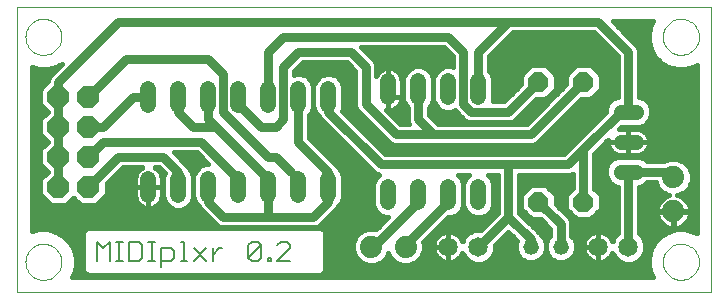
<source format=gtl>
G75*
%MOIN*%
%OFA0B0*%
%FSLAX24Y24*%
%IPPOS*%
%LPD*%
%AMOC8*
5,1,8,0,0,1.08239X$1,22.5*
%
%ADD10C,0.0000*%
%ADD11C,0.0060*%
%ADD12C,0.0650*%
%ADD13C,0.0520*%
%ADD14C,0.0740*%
%ADD15OC8,0.0660*%
%ADD16C,0.0515*%
%ADD17OC8,0.0740*%
%ADD18C,0.0520*%
%ADD19C,0.0160*%
%ADD20C,0.0300*%
%ADD21C,0.0120*%
D10*
X000310Y001680D02*
X000310Y011176D01*
X023430Y011180D01*
X023430Y001680D01*
X000310Y001680D01*
X000580Y002680D02*
X000582Y002729D01*
X000588Y002777D01*
X000598Y002825D01*
X000612Y002872D01*
X000629Y002918D01*
X000650Y002962D01*
X000675Y003004D01*
X000703Y003044D01*
X000735Y003082D01*
X000769Y003117D01*
X000806Y003149D01*
X000845Y003178D01*
X000887Y003204D01*
X000931Y003226D01*
X000976Y003244D01*
X001023Y003259D01*
X001070Y003270D01*
X001119Y003277D01*
X001168Y003280D01*
X001217Y003279D01*
X001265Y003274D01*
X001314Y003265D01*
X001361Y003252D01*
X001407Y003235D01*
X001451Y003215D01*
X001494Y003191D01*
X001535Y003164D01*
X001573Y003133D01*
X001609Y003100D01*
X001641Y003064D01*
X001671Y003025D01*
X001698Y002984D01*
X001721Y002940D01*
X001740Y002895D01*
X001756Y002849D01*
X001768Y002802D01*
X001776Y002753D01*
X001780Y002704D01*
X001780Y002656D01*
X001776Y002607D01*
X001768Y002558D01*
X001756Y002511D01*
X001740Y002465D01*
X001721Y002420D01*
X001698Y002376D01*
X001671Y002335D01*
X001641Y002296D01*
X001609Y002260D01*
X001573Y002227D01*
X001535Y002196D01*
X001494Y002169D01*
X001451Y002145D01*
X001407Y002125D01*
X001361Y002108D01*
X001314Y002095D01*
X001265Y002086D01*
X001217Y002081D01*
X001168Y002080D01*
X001119Y002083D01*
X001070Y002090D01*
X001023Y002101D01*
X000976Y002116D01*
X000931Y002134D01*
X000887Y002156D01*
X000845Y002182D01*
X000806Y002211D01*
X000769Y002243D01*
X000735Y002278D01*
X000703Y002316D01*
X000675Y002356D01*
X000650Y002398D01*
X000629Y002442D01*
X000612Y002488D01*
X000598Y002535D01*
X000588Y002583D01*
X000582Y002631D01*
X000580Y002680D01*
X000580Y010180D02*
X000582Y010229D01*
X000588Y010277D01*
X000598Y010325D01*
X000612Y010372D01*
X000629Y010418D01*
X000650Y010462D01*
X000675Y010504D01*
X000703Y010544D01*
X000735Y010582D01*
X000769Y010617D01*
X000806Y010649D01*
X000845Y010678D01*
X000887Y010704D01*
X000931Y010726D01*
X000976Y010744D01*
X001023Y010759D01*
X001070Y010770D01*
X001119Y010777D01*
X001168Y010780D01*
X001217Y010779D01*
X001265Y010774D01*
X001314Y010765D01*
X001361Y010752D01*
X001407Y010735D01*
X001451Y010715D01*
X001494Y010691D01*
X001535Y010664D01*
X001573Y010633D01*
X001609Y010600D01*
X001641Y010564D01*
X001671Y010525D01*
X001698Y010484D01*
X001721Y010440D01*
X001740Y010395D01*
X001756Y010349D01*
X001768Y010302D01*
X001776Y010253D01*
X001780Y010204D01*
X001780Y010156D01*
X001776Y010107D01*
X001768Y010058D01*
X001756Y010011D01*
X001740Y009965D01*
X001721Y009920D01*
X001698Y009876D01*
X001671Y009835D01*
X001641Y009796D01*
X001609Y009760D01*
X001573Y009727D01*
X001535Y009696D01*
X001494Y009669D01*
X001451Y009645D01*
X001407Y009625D01*
X001361Y009608D01*
X001314Y009595D01*
X001265Y009586D01*
X001217Y009581D01*
X001168Y009580D01*
X001119Y009583D01*
X001070Y009590D01*
X001023Y009601D01*
X000976Y009616D01*
X000931Y009634D01*
X000887Y009656D01*
X000845Y009682D01*
X000806Y009711D01*
X000769Y009743D01*
X000735Y009778D01*
X000703Y009816D01*
X000675Y009856D01*
X000650Y009898D01*
X000629Y009942D01*
X000612Y009988D01*
X000598Y010035D01*
X000588Y010083D01*
X000582Y010131D01*
X000580Y010180D01*
X021830Y010180D02*
X021832Y010229D01*
X021838Y010277D01*
X021848Y010325D01*
X021862Y010372D01*
X021879Y010418D01*
X021900Y010462D01*
X021925Y010504D01*
X021953Y010544D01*
X021985Y010582D01*
X022019Y010617D01*
X022056Y010649D01*
X022095Y010678D01*
X022137Y010704D01*
X022181Y010726D01*
X022226Y010744D01*
X022273Y010759D01*
X022320Y010770D01*
X022369Y010777D01*
X022418Y010780D01*
X022467Y010779D01*
X022515Y010774D01*
X022564Y010765D01*
X022611Y010752D01*
X022657Y010735D01*
X022701Y010715D01*
X022744Y010691D01*
X022785Y010664D01*
X022823Y010633D01*
X022859Y010600D01*
X022891Y010564D01*
X022921Y010525D01*
X022948Y010484D01*
X022971Y010440D01*
X022990Y010395D01*
X023006Y010349D01*
X023018Y010302D01*
X023026Y010253D01*
X023030Y010204D01*
X023030Y010156D01*
X023026Y010107D01*
X023018Y010058D01*
X023006Y010011D01*
X022990Y009965D01*
X022971Y009920D01*
X022948Y009876D01*
X022921Y009835D01*
X022891Y009796D01*
X022859Y009760D01*
X022823Y009727D01*
X022785Y009696D01*
X022744Y009669D01*
X022701Y009645D01*
X022657Y009625D01*
X022611Y009608D01*
X022564Y009595D01*
X022515Y009586D01*
X022467Y009581D01*
X022418Y009580D01*
X022369Y009583D01*
X022320Y009590D01*
X022273Y009601D01*
X022226Y009616D01*
X022181Y009634D01*
X022137Y009656D01*
X022095Y009682D01*
X022056Y009711D01*
X022019Y009743D01*
X021985Y009778D01*
X021953Y009816D01*
X021925Y009856D01*
X021900Y009898D01*
X021879Y009942D01*
X021862Y009988D01*
X021848Y010035D01*
X021838Y010083D01*
X021832Y010131D01*
X021830Y010180D01*
X021830Y002680D02*
X021832Y002729D01*
X021838Y002777D01*
X021848Y002825D01*
X021862Y002872D01*
X021879Y002918D01*
X021900Y002962D01*
X021925Y003004D01*
X021953Y003044D01*
X021985Y003082D01*
X022019Y003117D01*
X022056Y003149D01*
X022095Y003178D01*
X022137Y003204D01*
X022181Y003226D01*
X022226Y003244D01*
X022273Y003259D01*
X022320Y003270D01*
X022369Y003277D01*
X022418Y003280D01*
X022467Y003279D01*
X022515Y003274D01*
X022564Y003265D01*
X022611Y003252D01*
X022657Y003235D01*
X022701Y003215D01*
X022744Y003191D01*
X022785Y003164D01*
X022823Y003133D01*
X022859Y003100D01*
X022891Y003064D01*
X022921Y003025D01*
X022948Y002984D01*
X022971Y002940D01*
X022990Y002895D01*
X023006Y002849D01*
X023018Y002802D01*
X023026Y002753D01*
X023030Y002704D01*
X023030Y002656D01*
X023026Y002607D01*
X023018Y002558D01*
X023006Y002511D01*
X022990Y002465D01*
X022971Y002420D01*
X022948Y002376D01*
X022921Y002335D01*
X022891Y002296D01*
X022859Y002260D01*
X022823Y002227D01*
X022785Y002196D01*
X022744Y002169D01*
X022701Y002145D01*
X022657Y002125D01*
X022611Y002108D01*
X022564Y002095D01*
X022515Y002086D01*
X022467Y002081D01*
X022418Y002080D01*
X022369Y002083D01*
X022320Y002090D01*
X022273Y002101D01*
X022226Y002116D01*
X022181Y002134D01*
X022137Y002156D01*
X022095Y002182D01*
X022056Y002211D01*
X022019Y002243D01*
X021985Y002278D01*
X021953Y002316D01*
X021925Y002356D01*
X021900Y002398D01*
X021879Y002442D01*
X021862Y002488D01*
X021848Y002535D01*
X021838Y002583D01*
X021832Y002631D01*
X021830Y002680D01*
D11*
X009403Y002710D02*
X008976Y002710D01*
X009403Y003137D01*
X009403Y003244D01*
X009296Y003351D01*
X009083Y003351D01*
X008976Y003244D01*
X008760Y002817D02*
X008760Y002710D01*
X008654Y002710D01*
X008654Y002817D01*
X008760Y002817D01*
X008436Y002817D02*
X008329Y002710D01*
X008116Y002710D01*
X008009Y002817D01*
X008436Y003244D01*
X008436Y002817D01*
X008436Y003244D02*
X008329Y003351D01*
X008116Y003351D01*
X008009Y003244D01*
X008009Y002817D01*
X007148Y003137D02*
X007041Y003137D01*
X006827Y002924D01*
X006827Y003137D02*
X006827Y002710D01*
X006610Y002710D02*
X006183Y003137D01*
X005860Y003351D02*
X005860Y002710D01*
X005753Y002710D02*
X005967Y002710D01*
X006183Y002710D02*
X006610Y003137D01*
X005860Y003351D02*
X005753Y003351D01*
X005536Y003030D02*
X005536Y002817D01*
X005429Y002710D01*
X005108Y002710D01*
X005108Y002496D02*
X005108Y003137D01*
X005429Y003137D01*
X005536Y003030D01*
X004892Y002710D02*
X004679Y002710D01*
X004786Y002710D02*
X004786Y003351D01*
X004892Y003351D02*
X004679Y003351D01*
X004461Y003244D02*
X004355Y003351D01*
X004034Y003351D01*
X004034Y002710D01*
X004355Y002710D01*
X004461Y002817D01*
X004461Y003244D01*
X003818Y003351D02*
X003605Y003351D01*
X003711Y003351D02*
X003711Y002710D01*
X003605Y002710D02*
X003818Y002710D01*
X003387Y002710D02*
X003387Y003351D01*
X003174Y003137D01*
X002960Y003351D01*
X002960Y002710D01*
D12*
X014680Y003180D03*
X015680Y003180D03*
X019680Y003180D03*
X020680Y003180D03*
D13*
X015680Y004660D02*
X015680Y005180D01*
X014680Y005180D02*
X014680Y004660D01*
X013680Y004660D02*
X013680Y005180D01*
X012680Y005180D02*
X012680Y004660D01*
X010680Y004920D02*
X010680Y005440D01*
X009680Y005440D02*
X009680Y004920D01*
X008680Y004920D02*
X008680Y005440D01*
X007680Y005440D02*
X007680Y004920D01*
X006680Y004920D02*
X006680Y005440D01*
X005680Y005440D02*
X005680Y004920D01*
X004680Y004920D02*
X004680Y005440D01*
X004680Y007920D02*
X004680Y008440D01*
X005680Y008440D02*
X005680Y007920D01*
X006680Y007920D02*
X006680Y008440D01*
X007680Y008440D02*
X007680Y007920D01*
X008680Y007920D02*
X008680Y008440D01*
X009680Y008440D02*
X009680Y007920D01*
X010680Y007920D02*
X010680Y008440D01*
X012680Y008180D02*
X012680Y008700D01*
X013680Y008700D02*
X013680Y008180D01*
X014680Y008180D02*
X014680Y008700D01*
X015680Y008700D02*
X015680Y008180D01*
D14*
X013250Y003180D03*
X012110Y003180D03*
X022180Y004360D03*
X022180Y005500D03*
D15*
X019180Y004680D03*
X017680Y004680D03*
X017680Y008680D03*
X019180Y008680D03*
D16*
X020423Y007680D02*
X020937Y007680D01*
X020937Y006680D02*
X020423Y006680D01*
X020423Y005680D02*
X020937Y005680D01*
D17*
X002680Y005180D03*
X002680Y006180D03*
X002680Y007180D03*
X002680Y008180D03*
X001680Y008180D03*
X001680Y007180D03*
X001680Y006180D03*
X001680Y005180D03*
D18*
X017430Y003180D03*
X018430Y003180D03*
D19*
X018784Y003533D02*
X019319Y003533D01*
X019295Y003509D02*
X019351Y003565D01*
X019415Y003612D01*
X019486Y003648D01*
X019562Y003673D01*
X019640Y003685D01*
X019680Y003685D01*
X019680Y003180D01*
X019680Y003180D01*
X019175Y003180D01*
X019175Y003220D01*
X019187Y003298D01*
X019212Y003374D01*
X019248Y003445D01*
X019295Y003509D01*
X019212Y003375D02*
X018891Y003375D01*
X018854Y003463D02*
X018930Y003279D01*
X018930Y003081D01*
X018854Y002897D01*
X018713Y002756D01*
X018529Y002680D01*
X018331Y002680D01*
X018147Y002756D01*
X018006Y002897D01*
X017930Y003081D01*
X017930Y003279D01*
X018006Y003463D01*
X018080Y003537D01*
X018080Y003785D01*
X017755Y004110D01*
X017444Y004110D01*
X017110Y004444D01*
X017110Y004916D01*
X017444Y005250D01*
X017916Y005250D01*
X018250Y004916D01*
X018250Y004605D01*
X018727Y004128D01*
X018780Y004000D01*
X018780Y003537D01*
X018854Y003463D01*
X018780Y003692D02*
X020330Y003692D01*
X020330Y003629D02*
X020330Y005183D01*
X020324Y005183D01*
X020141Y005258D01*
X020001Y005398D01*
X019925Y005581D01*
X019925Y005779D01*
X020001Y005962D01*
X020141Y006102D01*
X020324Y006177D01*
X021036Y006177D01*
X021219Y006102D01*
X021291Y006030D01*
X021866Y006030D01*
X022059Y006110D01*
X022301Y006110D01*
X022526Y006017D01*
X022697Y005846D01*
X022790Y005621D01*
X022790Y005379D01*
X022697Y005154D01*
X022526Y004983D01*
X022313Y004895D01*
X022391Y004870D01*
X022468Y004830D01*
X022538Y004780D01*
X022600Y004718D01*
X022650Y004648D01*
X022690Y004571D01*
X022716Y004489D01*
X022730Y004403D01*
X022730Y004380D01*
X022200Y004380D01*
X022200Y004340D01*
X022730Y004340D01*
X022730Y004317D01*
X022716Y004231D01*
X022690Y004149D01*
X022650Y004072D01*
X022600Y004002D01*
X022538Y003940D01*
X022468Y003890D01*
X022391Y003850D01*
X022309Y003824D01*
X022223Y003810D01*
X022200Y003810D01*
X022200Y004340D01*
X022160Y004340D01*
X022160Y004380D01*
X021630Y004380D01*
X021630Y004403D01*
X021644Y004489D01*
X021670Y004571D01*
X021710Y004648D01*
X021760Y004718D01*
X021822Y004780D01*
X021892Y004830D01*
X021969Y004870D01*
X022047Y004895D01*
X021834Y004983D01*
X021663Y005154D01*
X021590Y005330D01*
X021291Y005330D01*
X021219Y005258D01*
X021036Y005183D01*
X021030Y005183D01*
X021030Y003629D01*
X021159Y003500D01*
X021245Y003292D01*
X021245Y003068D01*
X021159Y002860D01*
X021000Y002701D01*
X020792Y002615D01*
X020568Y002615D01*
X020360Y002701D01*
X020201Y002860D01*
X020148Y002987D01*
X020148Y002986D01*
X020112Y002915D01*
X020065Y002851D01*
X020009Y002795D01*
X019945Y002748D01*
X019874Y002712D01*
X019798Y002687D01*
X019720Y002675D01*
X019680Y002675D01*
X019640Y002675D01*
X019562Y002687D01*
X019486Y002712D01*
X019415Y002748D01*
X019351Y002795D01*
X019295Y002851D01*
X019248Y002915D01*
X019212Y002986D01*
X019187Y003062D01*
X019175Y003140D01*
X019175Y003180D01*
X019680Y003180D01*
X019680Y003180D01*
X019680Y003685D01*
X019720Y003685D01*
X019798Y003673D01*
X019874Y003648D01*
X019945Y003612D01*
X020009Y003565D01*
X020065Y003509D01*
X020112Y003445D01*
X020148Y003374D01*
X020148Y003373D01*
X020201Y003500D01*
X020330Y003629D01*
X020234Y003533D02*
X020041Y003533D01*
X020148Y003375D02*
X020149Y003375D01*
X019680Y003375D02*
X019680Y003375D01*
X019680Y003533D02*
X019680Y003533D01*
X019680Y003216D02*
X019680Y003216D01*
X019680Y003180D02*
X019680Y002675D01*
X019680Y003180D01*
X019680Y003180D01*
X019680Y003058D02*
X019680Y003058D01*
X019680Y002899D02*
X019680Y002899D01*
X019680Y002741D02*
X019680Y002741D01*
X019430Y002741D02*
X018676Y002741D01*
X018855Y002899D02*
X019260Y002899D01*
X019189Y003058D02*
X018920Y003058D01*
X018930Y003216D02*
X019175Y003216D01*
X018780Y003850D02*
X020330Y003850D01*
X020330Y004009D02*
X018776Y004009D01*
X018688Y004167D02*
X018887Y004167D01*
X018944Y004110D02*
X018610Y004444D01*
X018610Y004916D01*
X018830Y005136D01*
X018830Y005613D01*
X018750Y005580D01*
X017030Y005580D01*
X017030Y004325D01*
X017727Y003628D01*
X017753Y003564D01*
X017854Y003463D01*
X017930Y003279D01*
X017930Y003081D01*
X017854Y002897D01*
X017713Y002756D01*
X017529Y002680D01*
X017331Y002680D01*
X017147Y002756D01*
X017006Y002897D01*
X016930Y003081D01*
X016930Y003279D01*
X016976Y003389D01*
X016680Y003685D01*
X016245Y003250D01*
X016245Y003068D01*
X016159Y002860D01*
X016000Y002701D01*
X015792Y002615D01*
X015568Y002615D01*
X015360Y002701D01*
X015201Y002860D01*
X015148Y002987D01*
X015148Y002986D01*
X015112Y002915D01*
X015065Y002851D01*
X015009Y002795D01*
X014945Y002748D01*
X014874Y002712D01*
X014798Y002687D01*
X014720Y002675D01*
X014680Y002675D01*
X014640Y002675D01*
X014562Y002687D01*
X014486Y002712D01*
X014415Y002748D01*
X014351Y002795D01*
X014295Y002851D01*
X014248Y002915D01*
X014212Y002986D01*
X014187Y003062D01*
X014175Y003140D01*
X014175Y003180D01*
X014175Y003220D01*
X014187Y003298D01*
X014212Y003374D01*
X014248Y003445D01*
X014295Y003509D01*
X014351Y003565D01*
X014415Y003612D01*
X014486Y003648D01*
X014562Y003673D01*
X014640Y003685D01*
X014680Y003685D01*
X014680Y003180D01*
X014680Y003180D01*
X014175Y003180D01*
X014680Y003180D01*
X014680Y003180D01*
X014680Y003685D01*
X014720Y003685D01*
X014798Y003673D01*
X014874Y003648D01*
X014945Y003612D01*
X015009Y003565D01*
X015065Y003509D01*
X015112Y003445D01*
X015148Y003374D01*
X015148Y003373D01*
X015201Y003500D01*
X015360Y003659D01*
X015568Y003745D01*
X015750Y003745D01*
X016330Y004325D01*
X016330Y005580D01*
X015987Y005580D01*
X016104Y005463D01*
X016180Y005279D01*
X016180Y004561D01*
X016104Y004377D01*
X015963Y004236D01*
X015779Y004160D01*
X015581Y004160D01*
X015397Y004236D01*
X015256Y004377D01*
X015180Y004561D01*
X015104Y004377D01*
X014963Y004236D01*
X014779Y004160D01*
X014655Y004160D01*
X013841Y003346D01*
X013860Y003301D01*
X013860Y003059D01*
X013767Y002834D01*
X013596Y002663D01*
X013371Y002570D01*
X013129Y002570D01*
X012904Y002663D01*
X012733Y002834D01*
X012680Y002962D01*
X012627Y002834D01*
X012456Y002663D01*
X012231Y002570D01*
X011989Y002570D01*
X011764Y002663D01*
X011593Y002834D01*
X011500Y003059D01*
X011500Y003301D01*
X011593Y003526D01*
X011764Y003697D01*
X011989Y003790D01*
X012231Y003790D01*
X012276Y003771D01*
X012665Y004160D01*
X012581Y004160D01*
X012397Y004236D01*
X012256Y004377D01*
X012180Y004561D01*
X012180Y005279D01*
X012256Y005463D01*
X012373Y005580D01*
X012360Y005580D01*
X012232Y005633D01*
X010482Y007383D01*
X010383Y007482D01*
X010364Y007529D01*
X010256Y007637D01*
X010180Y007821D01*
X010180Y008539D01*
X010256Y008723D01*
X010397Y008864D01*
X010581Y008940D01*
X010779Y008940D01*
X010963Y008864D01*
X011104Y008723D01*
X011180Y008539D01*
X011180Y007821D01*
X011137Y007718D01*
X012575Y006280D01*
X018535Y006280D01*
X018883Y006628D01*
X018982Y006727D01*
X019925Y007670D01*
X019925Y007779D01*
X020001Y007962D01*
X020141Y008102D01*
X020324Y008177D01*
X020330Y008177D01*
X020330Y009535D01*
X019535Y010330D01*
X016825Y010330D01*
X016030Y009535D01*
X016030Y009057D01*
X016104Y008983D01*
X016180Y008799D01*
X016180Y008081D01*
X016159Y008030D01*
X016535Y008030D01*
X017110Y008605D01*
X016180Y008605D01*
X016180Y008447D02*
X016952Y008447D01*
X017110Y008605D02*
X017110Y008916D01*
X017444Y009250D01*
X017916Y009250D01*
X018250Y008916D01*
X018250Y008444D01*
X017916Y008110D01*
X017605Y008110D01*
X016878Y007383D01*
X016750Y007330D01*
X015360Y007330D01*
X015232Y007383D01*
X015133Y007482D01*
X014889Y007726D01*
X014779Y007680D01*
X014581Y007680D01*
X014397Y007756D01*
X014256Y007897D01*
X014180Y008081D01*
X014104Y007897D01*
X014030Y007823D01*
X014030Y007575D01*
X014325Y007280D01*
X017285Y007280D01*
X018610Y008605D01*
X018250Y008605D01*
X018250Y008447D02*
X018452Y008447D01*
X018610Y008605D02*
X018610Y008916D01*
X018944Y009250D01*
X019416Y009250D01*
X019750Y008916D01*
X019750Y008444D01*
X019416Y008110D01*
X019105Y008110D01*
X017727Y006732D01*
X017628Y006633D01*
X017500Y006580D01*
X012860Y006580D01*
X012732Y006633D01*
X012633Y006732D01*
X011633Y007732D01*
X011580Y007860D01*
X011580Y009035D01*
X011285Y009330D01*
X009825Y009330D01*
X009530Y009035D01*
X009530Y008919D01*
X009581Y008940D01*
X009779Y008940D01*
X009963Y008864D01*
X010104Y008723D01*
X010180Y008539D01*
X010180Y007821D01*
X010104Y007637D01*
X010030Y007563D01*
X010030Y006825D01*
X010977Y005878D01*
X010996Y005831D01*
X011104Y005723D01*
X011180Y005539D01*
X011180Y004821D01*
X011104Y004637D01*
X010996Y004529D01*
X010977Y004482D01*
X010878Y004383D01*
X010477Y003982D01*
X010378Y003883D01*
X010250Y003830D01*
X007110Y003830D01*
X006982Y003883D01*
X006482Y004383D01*
X006482Y004383D01*
X006383Y004482D01*
X006364Y004529D01*
X006256Y004637D01*
X006180Y004821D01*
X006104Y004637D01*
X005963Y004496D01*
X005779Y004420D01*
X005581Y004420D01*
X005397Y004496D01*
X005256Y004637D01*
X005180Y004821D01*
X005180Y005539D01*
X005223Y005642D01*
X005035Y005830D01*
X004884Y005830D01*
X004911Y005816D01*
X004967Y005776D01*
X005016Y005727D01*
X005056Y005671D01*
X005088Y005609D01*
X005109Y005543D01*
X005120Y005475D01*
X005120Y005180D01*
X004680Y005180D01*
X004240Y005180D01*
X004240Y005475D01*
X004251Y005543D01*
X004272Y005609D01*
X004304Y005671D01*
X004344Y005727D01*
X004393Y005776D01*
X004449Y005816D01*
X004476Y005830D01*
X003825Y005830D01*
X003290Y005295D01*
X003290Y004927D01*
X002933Y004570D01*
X002427Y004570D01*
X002180Y004817D01*
X001933Y004570D01*
X001427Y004570D01*
X001070Y004927D01*
X001070Y005433D01*
X001317Y005680D01*
X001070Y005927D01*
X001070Y006433D01*
X001317Y006680D01*
X001070Y006927D01*
X001070Y007433D01*
X001317Y007680D01*
X001070Y007927D01*
X001070Y008433D01*
X001330Y008693D01*
X001330Y008750D01*
X001383Y008878D01*
X001790Y009285D01*
X001597Y009174D01*
X001322Y009100D01*
X001038Y009100D01*
X000790Y009166D01*
X000790Y003694D01*
X001038Y003760D01*
X001322Y003760D01*
X001597Y003686D01*
X001843Y003544D01*
X002044Y003343D01*
X002186Y003097D01*
X002260Y002822D01*
X002260Y002538D01*
X002186Y002263D01*
X002127Y002160D01*
X021483Y002160D01*
X021424Y002263D01*
X021350Y002538D01*
X021350Y002822D01*
X021424Y003097D01*
X021566Y003343D01*
X021767Y003544D01*
X022013Y003686D01*
X022288Y003760D01*
X022572Y003760D01*
X022847Y003686D01*
X022950Y003627D01*
X022950Y009233D01*
X022847Y009174D01*
X022572Y009100D01*
X022288Y009100D01*
X022013Y009174D01*
X021767Y009316D01*
X021566Y009517D01*
X021424Y009763D01*
X021350Y010038D01*
X021350Y010322D01*
X021424Y010597D01*
X021483Y010700D01*
X020156Y010699D01*
X020977Y009878D01*
X021030Y009750D01*
X021030Y008177D01*
X021036Y008177D01*
X021219Y008102D01*
X021359Y007962D01*
X021435Y007779D01*
X021435Y007581D01*
X021359Y007398D01*
X021219Y007258D01*
X021036Y007183D01*
X020427Y007183D01*
X020358Y007113D01*
X020388Y007117D01*
X020680Y007117D01*
X020972Y007117D01*
X021040Y007107D01*
X021105Y007085D01*
X021167Y007054D01*
X021222Y007014D01*
X021271Y006965D01*
X021312Y006909D01*
X021343Y006848D01*
X021364Y006782D01*
X021375Y006714D01*
X021375Y006680D01*
X020680Y006680D01*
X019985Y006680D01*
X019985Y006714D01*
X019990Y006745D01*
X019530Y006285D01*
X019530Y005136D01*
X019750Y004916D01*
X019750Y004444D01*
X019416Y004110D01*
X018944Y004110D01*
X018728Y004326D02*
X018529Y004326D01*
X018610Y004484D02*
X018371Y004484D01*
X018250Y004643D02*
X018610Y004643D01*
X018610Y004801D02*
X018250Y004801D01*
X018207Y004960D02*
X018653Y004960D01*
X018812Y005118D02*
X018048Y005118D01*
X017312Y005118D02*
X017030Y005118D01*
X017030Y004960D02*
X017153Y004960D01*
X017110Y004801D02*
X017030Y004801D01*
X017030Y004643D02*
X017110Y004643D01*
X017110Y004484D02*
X017030Y004484D01*
X017030Y004326D02*
X017228Y004326D01*
X017188Y004167D02*
X017387Y004167D01*
X017346Y004009D02*
X017857Y004009D01*
X018015Y003850D02*
X017505Y003850D01*
X017663Y003692D02*
X018080Y003692D01*
X018076Y003533D02*
X017784Y003533D01*
X017891Y003375D02*
X017969Y003375D01*
X017930Y003216D02*
X017930Y003216D01*
X017940Y003058D02*
X017920Y003058D01*
X017855Y002899D02*
X018005Y002899D01*
X018184Y002741D02*
X017676Y002741D01*
X017184Y002741D02*
X016040Y002741D01*
X016175Y002899D02*
X017005Y002899D01*
X016940Y003058D02*
X016241Y003058D01*
X016245Y003216D02*
X016930Y003216D01*
X016969Y003375D02*
X016369Y003375D01*
X016528Y003533D02*
X016832Y003533D01*
X016172Y004167D02*
X015796Y004167D01*
X015564Y004167D02*
X014796Y004167D01*
X015053Y004326D02*
X015307Y004326D01*
X015212Y004484D02*
X015148Y004484D01*
X015180Y004561D02*
X015180Y005279D01*
X015104Y005463D01*
X014987Y005580D01*
X015373Y005580D01*
X015256Y005463D01*
X015180Y005279D01*
X015180Y004561D01*
X015180Y004643D02*
X015180Y004643D01*
X015180Y004801D02*
X015180Y004801D01*
X015180Y004960D02*
X015180Y004960D01*
X015180Y005118D02*
X015180Y005118D01*
X015180Y005277D02*
X015180Y005277D01*
X015244Y005435D02*
X015116Y005435D01*
X016116Y005435D02*
X016330Y005435D01*
X016330Y005277D02*
X016180Y005277D01*
X016180Y005118D02*
X016330Y005118D01*
X016330Y004960D02*
X016180Y004960D01*
X016180Y004801D02*
X016330Y004801D01*
X016330Y004643D02*
X016180Y004643D01*
X016148Y004484D02*
X016330Y004484D01*
X016330Y004326D02*
X016053Y004326D01*
X016014Y004009D02*
X014503Y004009D01*
X014345Y003850D02*
X015855Y003850D01*
X015438Y003692D02*
X014186Y003692D01*
X014319Y003533D02*
X014028Y003533D01*
X013869Y003375D02*
X014212Y003375D01*
X014175Y003216D02*
X013860Y003216D01*
X013860Y003058D02*
X014189Y003058D01*
X014260Y002899D02*
X013794Y002899D01*
X013673Y002741D02*
X014430Y002741D01*
X014680Y002741D02*
X014680Y002741D01*
X014680Y002675D02*
X014680Y003180D01*
X014680Y003180D01*
X014680Y002675D01*
X014680Y002899D02*
X014680Y002899D01*
X014680Y003058D02*
X014680Y003058D01*
X014680Y003216D02*
X014680Y003216D01*
X014680Y003375D02*
X014680Y003375D01*
X014680Y003533D02*
X014680Y003533D01*
X015041Y003533D02*
X015234Y003533D01*
X015149Y003375D02*
X015148Y003375D01*
X015185Y002899D02*
X015100Y002899D01*
X014930Y002741D02*
X015320Y002741D01*
X013400Y002582D02*
X021350Y002582D01*
X021350Y002741D02*
X021040Y002741D01*
X021175Y002899D02*
X021371Y002899D01*
X021413Y003058D02*
X021241Y003058D01*
X021245Y003216D02*
X021492Y003216D01*
X021597Y003375D02*
X021211Y003375D01*
X021126Y003533D02*
X021756Y003533D01*
X022032Y003692D02*
X021030Y003692D01*
X021030Y003850D02*
X021970Y003850D01*
X021969Y003850D02*
X021892Y003890D01*
X021822Y003940D01*
X021760Y004002D01*
X021710Y004072D01*
X021670Y004149D01*
X021644Y004231D01*
X021630Y004317D01*
X021630Y004340D01*
X022160Y004340D01*
X022160Y003810D01*
X022137Y003810D01*
X022051Y003824D01*
X021969Y003850D01*
X022160Y003850D02*
X022200Y003850D01*
X022200Y004009D02*
X022160Y004009D01*
X022160Y004167D02*
X022200Y004167D01*
X022200Y004326D02*
X022160Y004326D01*
X021756Y004009D02*
X021030Y004009D01*
X021030Y004167D02*
X021664Y004167D01*
X021630Y004326D02*
X021030Y004326D01*
X021030Y004484D02*
X021643Y004484D01*
X021707Y004643D02*
X021030Y004643D01*
X021030Y004801D02*
X021851Y004801D01*
X021891Y004960D02*
X021030Y004960D01*
X021030Y005118D02*
X021699Y005118D01*
X021612Y005277D02*
X021238Y005277D01*
X021252Y006069D02*
X021960Y006069D01*
X022400Y006069D02*
X022950Y006069D01*
X022950Y005911D02*
X022632Y005911D01*
X022736Y005752D02*
X022950Y005752D01*
X022950Y005594D02*
X022790Y005594D01*
X022790Y005435D02*
X022950Y005435D01*
X022950Y005277D02*
X022748Y005277D01*
X022661Y005118D02*
X022950Y005118D01*
X022950Y004960D02*
X022469Y004960D01*
X022509Y004801D02*
X022950Y004801D01*
X022950Y004643D02*
X022653Y004643D01*
X022717Y004484D02*
X022950Y004484D01*
X022950Y004326D02*
X022730Y004326D01*
X022696Y004167D02*
X022950Y004167D01*
X022950Y004009D02*
X022604Y004009D01*
X022390Y003850D02*
X022950Y003850D01*
X022950Y003692D02*
X022828Y003692D01*
X021381Y002424D02*
X010573Y002424D01*
X010572Y002413D02*
X010567Y002391D01*
X010559Y002370D01*
X010550Y002350D01*
X010538Y002331D01*
X010524Y002313D01*
X010508Y002297D01*
X010490Y002283D01*
X010471Y002271D01*
X010451Y002262D01*
X010430Y002254D01*
X010408Y002249D01*
X010386Y002247D01*
X002685Y002247D01*
X002663Y002249D01*
X002641Y002254D01*
X002620Y002262D01*
X002600Y002271D01*
X002581Y002283D01*
X002563Y002297D01*
X002547Y002313D01*
X002533Y002331D01*
X002521Y002350D01*
X002512Y002370D01*
X002504Y002391D01*
X002499Y002413D01*
X002497Y002435D01*
X002497Y003625D01*
X002499Y003647D01*
X002504Y003669D01*
X002512Y003690D01*
X002521Y003710D01*
X002533Y003729D01*
X002547Y003747D01*
X002563Y003763D01*
X002581Y003777D01*
X002600Y003789D01*
X002620Y003798D01*
X002641Y003806D01*
X002663Y003811D01*
X002685Y003813D01*
X010386Y003813D01*
X010408Y003811D01*
X010430Y003806D01*
X010451Y003798D01*
X010471Y003789D01*
X010490Y003777D01*
X010508Y003763D01*
X010524Y003747D01*
X010538Y003729D01*
X010550Y003710D01*
X010559Y003690D01*
X010567Y003669D01*
X010572Y003647D01*
X010574Y003625D01*
X010574Y002435D01*
X010572Y002413D01*
X010574Y002582D02*
X011960Y002582D01*
X012260Y002582D02*
X013100Y002582D01*
X012827Y002741D02*
X012533Y002741D01*
X012654Y002899D02*
X012706Y002899D01*
X012355Y003850D02*
X010298Y003850D01*
X010477Y003982D02*
X010477Y003982D01*
X010503Y004009D02*
X012514Y004009D01*
X012564Y004167D02*
X010662Y004167D01*
X010820Y004326D02*
X012307Y004326D01*
X012212Y004484D02*
X010978Y004484D01*
X011106Y004643D02*
X012180Y004643D01*
X012180Y004801D02*
X011172Y004801D01*
X011180Y004960D02*
X012180Y004960D01*
X012180Y005118D02*
X011180Y005118D01*
X011180Y005277D02*
X012180Y005277D01*
X012244Y005435D02*
X011180Y005435D01*
X011158Y005594D02*
X012328Y005594D01*
X012113Y005752D02*
X011075Y005752D01*
X010944Y005911D02*
X011955Y005911D01*
X011796Y006069D02*
X010786Y006069D01*
X010627Y006228D02*
X011638Y006228D01*
X011479Y006386D02*
X010469Y006386D01*
X010310Y006545D02*
X011321Y006545D01*
X011162Y006703D02*
X010152Y006703D01*
X010030Y006862D02*
X011004Y006862D01*
X010845Y007020D02*
X010030Y007020D01*
X010030Y007179D02*
X010687Y007179D01*
X010528Y007337D02*
X010030Y007337D01*
X010030Y007496D02*
X010378Y007496D01*
X010249Y007654D02*
X010111Y007654D01*
X010177Y007813D02*
X010183Y007813D01*
X010180Y007971D02*
X010180Y007971D01*
X010180Y008130D02*
X010180Y008130D01*
X010180Y008288D02*
X010180Y008288D01*
X010180Y008447D02*
X010180Y008447D01*
X010207Y008605D02*
X010153Y008605D01*
X010064Y008764D02*
X010296Y008764D01*
X010537Y008922D02*
X009823Y008922D01*
X009575Y009081D02*
X011535Y009081D01*
X011580Y008922D02*
X010823Y008922D01*
X011064Y008764D02*
X011580Y008764D01*
X011580Y008605D02*
X011153Y008605D01*
X011180Y008447D02*
X011580Y008447D01*
X011580Y008288D02*
X011180Y008288D01*
X011180Y008130D02*
X011580Y008130D01*
X011580Y007971D02*
X011180Y007971D01*
X011177Y007813D02*
X011600Y007813D01*
X011711Y007654D02*
X011201Y007654D01*
X011359Y007496D02*
X011870Y007496D01*
X012028Y007337D02*
X011518Y007337D01*
X011676Y007179D02*
X012187Y007179D01*
X012345Y007020D02*
X011835Y007020D01*
X011993Y006862D02*
X012504Y006862D01*
X012662Y006703D02*
X012152Y006703D01*
X012310Y006545D02*
X018800Y006545D01*
X018883Y006628D02*
X018883Y006628D01*
X018958Y006703D02*
X017698Y006703D01*
X017856Y006862D02*
X019117Y006862D01*
X018982Y006727D02*
X018982Y006727D01*
X019275Y007020D02*
X018015Y007020D01*
X018173Y007179D02*
X019434Y007179D01*
X019592Y007337D02*
X018332Y007337D01*
X018490Y007496D02*
X019751Y007496D01*
X019909Y007654D02*
X018649Y007654D01*
X018807Y007813D02*
X019939Y007813D01*
X020010Y007971D02*
X018966Y007971D01*
X019436Y008130D02*
X020208Y008130D01*
X020330Y008288D02*
X019594Y008288D01*
X019750Y008447D02*
X020330Y008447D01*
X020330Y008605D02*
X019750Y008605D01*
X019750Y008764D02*
X020330Y008764D01*
X020330Y008922D02*
X019744Y008922D01*
X019586Y009081D02*
X020330Y009081D01*
X020330Y009239D02*
X019427Y009239D01*
X018933Y009239D02*
X017927Y009239D01*
X018086Y009081D02*
X018774Y009081D01*
X018616Y008922D02*
X018244Y008922D01*
X018250Y008764D02*
X018610Y008764D01*
X018293Y008288D02*
X018094Y008288D01*
X018135Y008130D02*
X017936Y008130D01*
X017976Y007971D02*
X017466Y007971D01*
X017307Y007813D02*
X017818Y007813D01*
X017659Y007654D02*
X017149Y007654D01*
X016990Y007496D02*
X017501Y007496D01*
X017342Y007337D02*
X016767Y007337D01*
X016635Y008130D02*
X016180Y008130D01*
X016180Y008288D02*
X016793Y008288D01*
X017110Y008764D02*
X016180Y008764D01*
X016129Y008922D02*
X017116Y008922D01*
X017274Y009081D02*
X016030Y009081D01*
X016030Y009239D02*
X017433Y009239D01*
X016526Y010032D02*
X019834Y010032D01*
X019992Y009873D02*
X016368Y009873D01*
X016209Y009715D02*
X020151Y009715D01*
X020309Y009556D02*
X016051Y009556D01*
X016030Y009398D02*
X020330Y009398D01*
X020979Y009873D02*
X021394Y009873D01*
X021352Y010032D02*
X020823Y010032D01*
X020665Y010190D02*
X021350Y010190D01*
X021357Y010349D02*
X020506Y010349D01*
X020348Y010507D02*
X021400Y010507D01*
X021463Y010666D02*
X020189Y010666D01*
X019675Y010190D02*
X016685Y010190D01*
X014830Y009535D02*
X014830Y009179D01*
X014779Y009200D01*
X014581Y009200D01*
X014397Y009124D01*
X014256Y008983D01*
X014180Y008799D01*
X014180Y008081D01*
X014180Y008799D01*
X014104Y008983D01*
X013963Y009124D01*
X013779Y009200D01*
X013581Y009200D01*
X013397Y009124D01*
X013256Y008983D01*
X013180Y008799D01*
X013180Y008081D01*
X013256Y007897D01*
X013330Y007823D01*
X013330Y007360D01*
X013363Y007280D01*
X013075Y007280D01*
X012609Y007746D01*
X012645Y007740D01*
X012680Y007740D01*
X012680Y008180D01*
X012680Y008180D01*
X012680Y009140D01*
X012645Y009140D01*
X012577Y009129D01*
X012511Y009108D01*
X012449Y009076D01*
X012393Y009036D01*
X012344Y008987D01*
X012304Y008931D01*
X012280Y008884D01*
X012280Y009250D01*
X012227Y009378D01*
X012128Y009477D01*
X011775Y009830D01*
X014535Y009830D01*
X014830Y009535D01*
X014809Y009556D02*
X012049Y009556D01*
X012207Y009398D02*
X014830Y009398D01*
X014830Y009239D02*
X012280Y009239D01*
X012280Y009081D02*
X012458Y009081D01*
X012680Y009081D02*
X012680Y009081D01*
X012680Y009140D02*
X012715Y009140D01*
X012783Y009129D01*
X012849Y009108D01*
X012911Y009076D01*
X012967Y009036D01*
X013016Y008987D01*
X013056Y008931D01*
X013088Y008869D01*
X013109Y008803D01*
X013120Y008735D01*
X013120Y008180D01*
X012680Y008180D01*
X012680Y008180D01*
X012680Y008180D01*
X012680Y009140D01*
X012680Y008922D02*
X012680Y008922D01*
X012680Y008764D02*
X012680Y008764D01*
X012680Y008605D02*
X012680Y008605D01*
X012680Y008447D02*
X012680Y008447D01*
X012680Y008288D02*
X012680Y008288D01*
X012680Y008180D02*
X013120Y008180D01*
X013120Y008145D01*
X013109Y008077D01*
X013088Y008011D01*
X013056Y007949D01*
X013016Y007893D01*
X012967Y007844D01*
X012911Y007804D01*
X012849Y007772D01*
X012783Y007751D01*
X012715Y007740D01*
X012680Y007740D01*
X012680Y008180D01*
X012680Y008130D02*
X012680Y008130D01*
X012680Y007971D02*
X012680Y007971D01*
X012680Y007813D02*
X012680Y007813D01*
X012701Y007654D02*
X013330Y007654D01*
X013330Y007496D02*
X012859Y007496D01*
X013018Y007337D02*
X013340Y007337D01*
X013330Y007813D02*
X012923Y007813D01*
X013067Y007971D02*
X013225Y007971D01*
X013180Y008130D02*
X013117Y008130D01*
X013120Y008288D02*
X013180Y008288D01*
X013180Y008447D02*
X013120Y008447D01*
X013120Y008605D02*
X013180Y008605D01*
X013180Y008764D02*
X013115Y008764D01*
X013061Y008922D02*
X013231Y008922D01*
X013353Y009081D02*
X012902Y009081D01*
X012299Y008922D02*
X012280Y008922D01*
X011890Y009715D02*
X014651Y009715D01*
X014353Y009081D02*
X014007Y009081D01*
X014129Y008922D02*
X014231Y008922D01*
X014180Y008764D02*
X014180Y008764D01*
X014180Y008605D02*
X014180Y008605D01*
X014180Y008447D02*
X014180Y008447D01*
X014180Y008288D02*
X014180Y008288D01*
X014180Y008130D02*
X014180Y008130D01*
X014225Y007971D02*
X014135Y007971D01*
X014030Y007813D02*
X014340Y007813D01*
X014030Y007654D02*
X014961Y007654D01*
X015120Y007496D02*
X014109Y007496D01*
X014268Y007337D02*
X015343Y007337D01*
X017030Y005435D02*
X018830Y005435D01*
X018830Y005277D02*
X017030Y005277D01*
X018782Y005594D02*
X018830Y005594D01*
X019530Y005594D02*
X019925Y005594D01*
X019925Y005752D02*
X019530Y005752D01*
X019530Y005911D02*
X019980Y005911D01*
X020108Y006069D02*
X019530Y006069D01*
X019530Y006228D02*
X022950Y006228D01*
X022950Y006386D02*
X021262Y006386D01*
X021271Y006395D02*
X021222Y006346D01*
X021167Y006306D01*
X021105Y006275D01*
X021040Y006253D01*
X020972Y006243D01*
X020680Y006243D01*
X020388Y006243D01*
X020320Y006253D01*
X020255Y006275D01*
X020193Y006306D01*
X020138Y006346D01*
X020089Y006395D01*
X020048Y006451D01*
X020017Y006512D01*
X019996Y006578D01*
X019985Y006646D01*
X019985Y006680D01*
X020680Y006680D01*
X020680Y006680D01*
X020680Y006680D01*
X020680Y007117D01*
X020680Y006680D01*
X020680Y006243D01*
X020680Y006680D01*
X020680Y006680D01*
X020680Y006680D01*
X021375Y006680D01*
X021375Y006646D01*
X021364Y006578D01*
X021343Y006512D01*
X021312Y006451D01*
X021271Y006395D01*
X021353Y006545D02*
X022950Y006545D01*
X022950Y006703D02*
X021375Y006703D01*
X021336Y006862D02*
X022950Y006862D01*
X022950Y007020D02*
X021214Y007020D01*
X021298Y007337D02*
X022950Y007337D01*
X022950Y007179D02*
X020423Y007179D01*
X020680Y007020D02*
X020680Y007020D01*
X020680Y006862D02*
X020680Y006862D01*
X020680Y006703D02*
X020680Y006703D01*
X020680Y006545D02*
X020680Y006545D01*
X020680Y006386D02*
X020680Y006386D01*
X020098Y006386D02*
X019631Y006386D01*
X019789Y006545D02*
X020007Y006545D01*
X019985Y006703D02*
X019948Y006703D01*
X019986Y005435D02*
X019530Y005435D01*
X019530Y005277D02*
X020122Y005277D01*
X020330Y005118D02*
X019548Y005118D01*
X019707Y004960D02*
X020330Y004960D01*
X020330Y004801D02*
X019750Y004801D01*
X019750Y004643D02*
X020330Y004643D01*
X020330Y004484D02*
X019750Y004484D01*
X019632Y004326D02*
X020330Y004326D01*
X020330Y004167D02*
X019473Y004167D01*
X020100Y002899D02*
X020185Y002899D01*
X020320Y002741D02*
X019930Y002741D01*
X021423Y002265D02*
X010458Y002265D01*
X010574Y002741D02*
X011687Y002741D01*
X011566Y002899D02*
X010574Y002899D01*
X010574Y003058D02*
X011500Y003058D01*
X011500Y003216D02*
X010574Y003216D01*
X010574Y003375D02*
X011530Y003375D01*
X011600Y003533D02*
X010574Y003533D01*
X010559Y003692D02*
X011759Y003692D01*
X012469Y006386D02*
X018641Y006386D01*
X021030Y008288D02*
X022950Y008288D01*
X022950Y008130D02*
X021152Y008130D01*
X021350Y007971D02*
X022950Y007971D01*
X022950Y007813D02*
X021421Y007813D01*
X021435Y007654D02*
X022950Y007654D01*
X022950Y007496D02*
X021400Y007496D01*
X021030Y008447D02*
X022950Y008447D01*
X022950Y008605D02*
X021030Y008605D01*
X021030Y008764D02*
X022950Y008764D01*
X022950Y008922D02*
X021030Y008922D01*
X021030Y009081D02*
X022950Y009081D01*
X021900Y009239D02*
X021030Y009239D01*
X021030Y009398D02*
X021685Y009398D01*
X021543Y009556D02*
X021030Y009556D01*
X021030Y009715D02*
X021452Y009715D01*
X011376Y009239D02*
X009734Y009239D01*
X009537Y008922D02*
X009530Y008922D01*
X006675Y005940D02*
X006285Y006330D01*
X005525Y006330D01*
X005977Y005878D01*
X005996Y005831D01*
X006104Y005723D01*
X006180Y005539D01*
X006180Y004821D01*
X006180Y005539D01*
X006256Y005723D01*
X006397Y005864D01*
X006581Y005940D01*
X006675Y005940D01*
X006509Y005911D02*
X005944Y005911D01*
X006075Y005752D02*
X006285Y005752D01*
X006202Y005594D02*
X006158Y005594D01*
X006180Y005435D02*
X006180Y005435D01*
X006180Y005277D02*
X006180Y005277D01*
X006180Y005118D02*
X006180Y005118D01*
X006180Y004960D02*
X006180Y004960D01*
X006188Y004801D02*
X006172Y004801D01*
X006106Y004643D02*
X006254Y004643D01*
X006382Y004484D02*
X005934Y004484D01*
X005426Y004484D02*
X004740Y004484D01*
X004715Y004480D02*
X004680Y004480D01*
X004645Y004480D01*
X004577Y004491D01*
X004511Y004512D01*
X004449Y004544D01*
X004393Y004584D01*
X004344Y004633D01*
X004304Y004689D01*
X004272Y004751D01*
X004251Y004817D01*
X004240Y004885D01*
X004240Y005180D01*
X004680Y005180D01*
X004680Y005180D01*
X004680Y004480D01*
X004680Y005180D01*
X004680Y005180D01*
X004680Y005180D01*
X005120Y005180D01*
X005120Y004885D01*
X005109Y004817D01*
X005088Y004751D01*
X005056Y004689D01*
X005016Y004633D01*
X004967Y004584D01*
X004911Y004544D01*
X004849Y004512D01*
X004783Y004491D01*
X004715Y004480D01*
X004680Y004484D02*
X004680Y004484D01*
X004620Y004484D02*
X000790Y004484D01*
X000790Y004326D02*
X006540Y004326D01*
X006698Y004167D02*
X000790Y004167D01*
X000790Y004009D02*
X006857Y004009D01*
X007062Y003850D02*
X000790Y003850D01*
X001578Y003692D02*
X002512Y003692D01*
X002497Y003533D02*
X001854Y003533D01*
X002013Y003375D02*
X002497Y003375D01*
X002497Y003216D02*
X002118Y003216D01*
X002197Y003058D02*
X002497Y003058D01*
X002497Y002899D02*
X002239Y002899D01*
X002260Y002741D02*
X002497Y002741D01*
X002497Y002582D02*
X002260Y002582D01*
X002229Y002424D02*
X002498Y002424D01*
X002613Y002265D02*
X002187Y002265D01*
X002355Y004643D02*
X002005Y004643D01*
X002164Y004801D02*
X002196Y004801D01*
X003005Y004643D02*
X004338Y004643D01*
X004256Y004801D02*
X003164Y004801D01*
X003290Y004960D02*
X004240Y004960D01*
X004240Y005118D02*
X003290Y005118D01*
X003290Y005277D02*
X004240Y005277D01*
X004240Y005435D02*
X003430Y005435D01*
X003588Y005594D02*
X004267Y005594D01*
X004370Y005752D02*
X003747Y005752D01*
X004680Y005118D02*
X004680Y005118D01*
X004680Y004960D02*
X004680Y004960D01*
X004680Y004801D02*
X004680Y004801D01*
X004680Y004643D02*
X004680Y004643D01*
X005022Y004643D02*
X005254Y004643D01*
X005188Y004801D02*
X005104Y004801D01*
X005120Y004960D02*
X005180Y004960D01*
X005180Y005118D02*
X005120Y005118D01*
X005120Y005277D02*
X005180Y005277D01*
X005180Y005435D02*
X005120Y005435D01*
X005093Y005594D02*
X005202Y005594D01*
X005113Y005752D02*
X004990Y005752D01*
X005627Y006228D02*
X006388Y006228D01*
X006546Y006069D02*
X005786Y006069D01*
X001744Y009239D02*
X001710Y009239D01*
X001586Y009081D02*
X000790Y009081D01*
X000790Y008922D02*
X001427Y008922D01*
X001336Y008764D02*
X000790Y008764D01*
X000790Y008605D02*
X001242Y008605D01*
X001084Y008447D02*
X000790Y008447D01*
X000790Y008288D02*
X001070Y008288D01*
X001070Y008130D02*
X000790Y008130D01*
X000790Y007971D02*
X001070Y007971D01*
X001185Y007813D02*
X000790Y007813D01*
X000790Y007654D02*
X001291Y007654D01*
X001133Y007496D02*
X000790Y007496D01*
X000790Y007337D02*
X001070Y007337D01*
X001070Y007179D02*
X000790Y007179D01*
X000790Y007020D02*
X001070Y007020D01*
X001136Y006862D02*
X000790Y006862D01*
X000790Y006703D02*
X001294Y006703D01*
X001182Y006545D02*
X000790Y006545D01*
X000790Y006386D02*
X001070Y006386D01*
X001070Y006228D02*
X000790Y006228D01*
X000790Y006069D02*
X001070Y006069D01*
X001087Y005911D02*
X000790Y005911D01*
X000790Y005752D02*
X001245Y005752D01*
X001231Y005594D02*
X000790Y005594D01*
X000790Y005435D02*
X001072Y005435D01*
X001070Y005277D02*
X000790Y005277D01*
X000790Y005118D02*
X001070Y005118D01*
X001070Y004960D02*
X000790Y004960D01*
X000790Y004801D02*
X001196Y004801D01*
X001355Y004643D02*
X000790Y004643D01*
D20*
X001680Y005180D02*
X001680Y006180D01*
X001680Y007180D01*
X001680Y008180D01*
X001680Y008680D01*
X003680Y010680D01*
X016680Y010680D01*
X015680Y009680D01*
X015680Y008180D01*
X015430Y007680D02*
X016680Y007680D01*
X017680Y008680D01*
X019180Y008680D02*
X017430Y006930D01*
X014180Y006930D01*
X012930Y006930D01*
X011930Y007930D01*
X011930Y009180D01*
X011430Y009680D01*
X009680Y009680D01*
X009180Y009180D01*
X009180Y007430D01*
X008930Y007180D01*
X008430Y007180D01*
X007680Y007930D01*
X007680Y008180D01*
X007180Y007680D02*
X008680Y006180D01*
X008930Y006180D01*
X009430Y005680D01*
X009680Y005430D02*
X009680Y005180D01*
X008680Y005180D02*
X008680Y004180D01*
X007180Y004180D01*
X006680Y004680D01*
X006680Y005180D01*
X005680Y005180D02*
X005680Y005680D01*
X005180Y006180D01*
X003680Y006180D01*
X002680Y005180D01*
X002680Y006180D02*
X003180Y006680D01*
X006430Y006680D01*
X007680Y005430D01*
X007680Y005180D01*
X008680Y005180D02*
X008680Y005430D01*
X006930Y007180D01*
X006680Y007430D01*
X006680Y008180D01*
X007180Y007680D02*
X007180Y008930D01*
X006680Y009430D01*
X003930Y009430D01*
X002680Y008180D01*
X002680Y007180D02*
X003180Y007180D01*
X004180Y008180D01*
X004680Y008180D01*
X005680Y008180D02*
X005680Y007680D01*
X006180Y007180D01*
X006930Y007180D01*
X008680Y008180D02*
X008680Y009680D01*
X009180Y010180D01*
X014680Y010180D01*
X015180Y009680D01*
X015180Y007930D01*
X015430Y007680D01*
X014180Y006930D02*
X013680Y007430D01*
X013680Y008180D01*
X012430Y005930D02*
X010680Y007680D01*
X010680Y008180D01*
X009680Y008180D02*
X009680Y006680D01*
X010680Y005680D01*
X010680Y005180D01*
X010680Y004680D01*
X010180Y004180D01*
X008680Y004180D01*
X012110Y003180D02*
X012180Y003180D01*
X013680Y004680D01*
X013680Y005180D01*
X014680Y005180D02*
X014680Y004680D01*
X013180Y003180D01*
X013250Y003180D01*
X015680Y003180D02*
X016680Y004180D01*
X017430Y003430D01*
X017430Y003180D01*
X018430Y003180D02*
X018430Y003930D01*
X017680Y004680D01*
X016680Y004180D02*
X016680Y005930D01*
X012430Y005930D01*
X016680Y005930D02*
X018680Y005930D01*
X019180Y006430D01*
X019180Y004680D01*
X020680Y005680D02*
X020680Y003180D01*
X022180Y005500D02*
X022000Y005680D01*
X020680Y005680D01*
X019180Y006430D02*
X020430Y007680D01*
X020680Y007680D01*
X020680Y009680D01*
X019680Y010680D01*
X016680Y010680D01*
D21*
X010680Y005180D02*
X010680Y004930D01*
M02*

</source>
